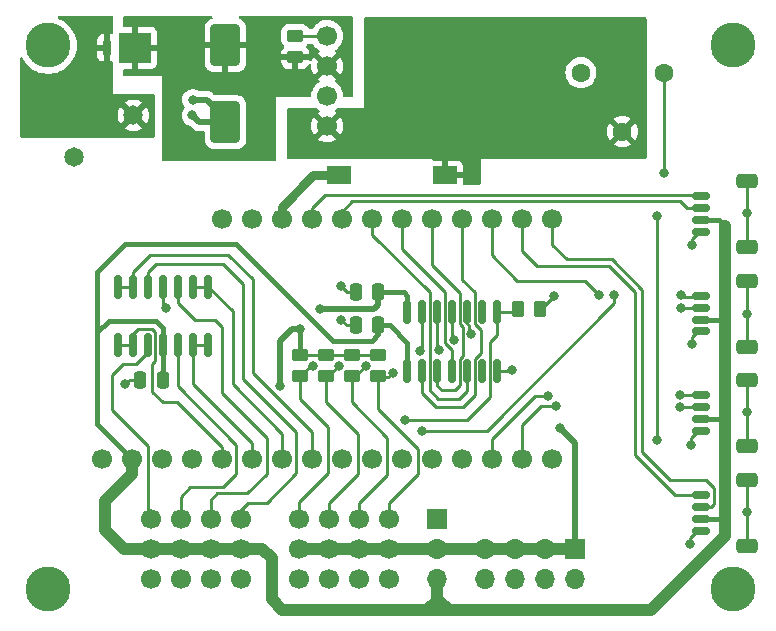
<source format=gbr>
%TF.GenerationSoftware,KiCad,Pcbnew,(6.0.8-1)-1*%
%TF.CreationDate,2023-01-29T13:44:33-06:00*%
%TF.ProjectId,M4_CAN_Feather_Carrier,4d345f43-414e-45f4-9665-61746865725f,rev?*%
%TF.SameCoordinates,Original*%
%TF.FileFunction,Copper,L1,Top*%
%TF.FilePolarity,Positive*%
%FSLAX46Y46*%
G04 Gerber Fmt 4.6, Leading zero omitted, Abs format (unit mm)*
G04 Created by KiCad (PCBNEW (6.0.8-1)-1) date 2023-01-29 13:44:33*
%MOMM*%
%LPD*%
G01*
G04 APERTURE LIST*
G04 Aperture macros list*
%AMRoundRect*
0 Rectangle with rounded corners*
0 $1 Rounding radius*
0 $2 $3 $4 $5 $6 $7 $8 $9 X,Y pos of 4 corners*
0 Add a 4 corners polygon primitive as box body*
4,1,4,$2,$3,$4,$5,$6,$7,$8,$9,$2,$3,0*
0 Add four circle primitives for the rounded corners*
1,1,$1+$1,$2,$3*
1,1,$1+$1,$4,$5*
1,1,$1+$1,$6,$7*
1,1,$1+$1,$8,$9*
0 Add four rect primitives between the rounded corners*
20,1,$1+$1,$2,$3,$4,$5,0*
20,1,$1+$1,$4,$5,$6,$7,0*
20,1,$1+$1,$6,$7,$8,$9,0*
20,1,$1+$1,$8,$9,$2,$3,0*%
G04 Aperture macros list end*
%TA.AperFunction,ComponentPad*%
%ADD10C,1.700000*%
%TD*%
%TA.AperFunction,SMDPad,CuDef*%
%ADD11R,2.000000X1.500000*%
%TD*%
%TA.AperFunction,ComponentPad*%
%ADD12C,1.650000*%
%TD*%
%TA.AperFunction,SMDPad,CuDef*%
%ADD13RoundRect,0.250000X0.250000X0.475000X-0.250000X0.475000X-0.250000X-0.475000X0.250000X-0.475000X0*%
%TD*%
%TA.AperFunction,SMDPad,CuDef*%
%ADD14RoundRect,0.150000X0.625000X-0.150000X0.625000X0.150000X-0.625000X0.150000X-0.625000X-0.150000X0*%
%TD*%
%TA.AperFunction,SMDPad,CuDef*%
%ADD15RoundRect,0.250000X0.650000X-0.350000X0.650000X0.350000X-0.650000X0.350000X-0.650000X-0.350000X0*%
%TD*%
%TA.AperFunction,SMDPad,CuDef*%
%ADD16RoundRect,0.250000X-1.000000X1.500000X-1.000000X-1.500000X1.000000X-1.500000X1.000000X1.500000X0*%
%TD*%
%TA.AperFunction,SMDPad,CuDef*%
%ADD17RoundRect,0.250000X-0.262500X-0.450000X0.262500X-0.450000X0.262500X0.450000X-0.262500X0.450000X0*%
%TD*%
%TA.AperFunction,ComponentPad*%
%ADD18C,1.600000*%
%TD*%
%TA.AperFunction,ComponentPad*%
%ADD19C,3.800000*%
%TD*%
%TA.AperFunction,SMDPad,CuDef*%
%ADD20RoundRect,0.150000X0.150000X-0.825000X0.150000X0.825000X-0.150000X0.825000X-0.150000X-0.825000X0*%
%TD*%
%TA.AperFunction,SMDPad,CuDef*%
%ADD21RoundRect,0.250000X-0.450000X0.262500X-0.450000X-0.262500X0.450000X-0.262500X0.450000X0.262500X0*%
%TD*%
%TA.AperFunction,ComponentPad*%
%ADD22R,1.700000X1.700000*%
%TD*%
%TA.AperFunction,ComponentPad*%
%ADD23O,1.700000X1.700000*%
%TD*%
%TA.AperFunction,SMDPad,CuDef*%
%ADD24RoundRect,0.250000X0.450000X-0.262500X0.450000X0.262500X-0.450000X0.262500X-0.450000X-0.262500X0*%
%TD*%
%TA.AperFunction,SMDPad,CuDef*%
%ADD25R,2.670000X2.540000*%
%TD*%
%TA.AperFunction,SMDPad,CuDef*%
%ADD26R,0.760000X1.270000*%
%TD*%
%TA.AperFunction,ViaPad*%
%ADD27C,0.800000*%
%TD*%
%TA.AperFunction,Conductor*%
%ADD28C,0.250000*%
%TD*%
%TA.AperFunction,Conductor*%
%ADD29C,0.750000*%
%TD*%
%TA.AperFunction,Conductor*%
%ADD30C,0.500000*%
%TD*%
%TA.AperFunction,Conductor*%
%ADD31C,1.000000*%
%TD*%
%TA.AperFunction,Conductor*%
%ADD32C,0.400000*%
%TD*%
G04 APERTURE END LIST*
D10*
%TO.P,U2,1,RST*%
%TO.N,unconnected-(U2-Pad1)*%
X128080000Y-110230000D03*
%TO.P,U2,2,3V*%
%TO.N,+3.3V*%
X130590000Y-110230000D03*
%TO.P,U2,3,ARef*%
%TO.N,unconnected-(U2-Pad3)*%
X133130000Y-110230000D03*
%TO.P,U2,4,GND*%
%TO.N,GND*%
X135670000Y-110230000D03*
%TO.P,U2,5,A0*%
%TO.N,/A0*%
X138210000Y-110230000D03*
%TO.P,U2,6,A1*%
%TO.N,/A1*%
X140750000Y-110230000D03*
%TO.P,U2,7,A2*%
%TO.N,/A2*%
X143290000Y-110230000D03*
%TO.P,U2,8,A3*%
%TO.N,/A3*%
X145830000Y-110230000D03*
%TO.P,U2,9,A4*%
%TO.N,unconnected-(U2-Pad9)*%
X148370000Y-110230000D03*
%TO.P,U2,10,A5*%
%TO.N,/LS_OE*%
X150910000Y-110230000D03*
%TO.P,U2,11,SCK*%
%TO.N,/SCL_2*%
X153450000Y-110230000D03*
%TO.P,U2,12,MOSI*%
%TO.N,unconnected-(U2-Pad12)*%
X155990000Y-110230000D03*
%TO.P,U2,13,MISO*%
%TO.N,unconnected-(U2-Pad13)*%
X158530000Y-110230000D03*
%TO.P,U2,14,D0*%
%TO.N,/SCL_1*%
X161070000Y-110230000D03*
%TO.P,U2,15,D1*%
%TO.N,/SDA_1*%
X163610000Y-110230000D03*
%TO.P,U2,16,D4*%
%TO.N,/NEOPIXEL*%
X166150000Y-110230000D03*
%TO.P,U2,17,SDA*%
%TO.N,/SDA*%
X166150000Y-89910000D03*
%TO.P,U2,18,SCL*%
%TO.N,/SCL*%
X163610000Y-89910000D03*
%TO.P,U2,19,D5*%
%TO.N,/SDA_2*%
X161070000Y-89910000D03*
%TO.P,U2,20,D6*%
%TO.N,/DIO0*%
X158530000Y-89910000D03*
%TO.P,U2,21,D9*%
%TO.N,/DIO1*%
X155990000Y-89910000D03*
%TO.P,U2,22,D10*%
%TO.N,/DIO2*%
X153450000Y-89910000D03*
%TO.P,U2,23,D11*%
%TO.N,/DIO3*%
X150910000Y-89910000D03*
%TO.P,U2,24,D12*%
%TO.N,/SDA_3*%
X148370000Y-89910000D03*
%TO.P,U2,25,D13*%
%TO.N,/SCL_3*%
X145830000Y-89910000D03*
%TO.P,U2,26,VBUS*%
%TO.N,Net-(SW1-Pad1)*%
X143290000Y-89910000D03*
%TO.P,U2,27,EN*%
%TO.N,unconnected-(U2-Pad27)*%
X140750000Y-89910000D03*
%TO.P,U2,28,VBAT*%
%TO.N,unconnected-(U2-Pad28)*%
X138210000Y-89910000D03*
%TD*%
D11*
%TO.P,SW1,1,A*%
%TO.N,Net-(SW1-Pad1)*%
X148100000Y-86200000D03*
%TO.P,SW1,2,B*%
%TO.N,+5V*%
X157100000Y-86200000D03*
%TD*%
D12*
%TO.P,J1,1,1*%
%TO.N,+BATT*%
X130700000Y-81113000D03*
%TO.P,J1,2,2*%
%TO.N,GND*%
X125700000Y-84613000D03*
%TD*%
D13*
%TO.P,C2,1*%
%TO.N,+3.3V*%
X151450000Y-98900000D03*
%TO.P,C2,2*%
%TO.N,GND*%
X149550000Y-98900000D03*
%TD*%
D10*
%TO.P,J7,1,S1*%
%TO.N,Net-(J7-Pad1)*%
X132170000Y-115285000D03*
%TO.P,J7,2,P1*%
%TO.N,+3.3V*%
X132170000Y-117825000D03*
%TO.P,J7,3,G1*%
%TO.N,GND*%
X132170000Y-120365000D03*
%TO.P,J7,4,S2*%
%TO.N,Net-(J7-Pad4)*%
X134710000Y-115285000D03*
%TO.P,J7,5,P2*%
%TO.N,+3.3V*%
X134710000Y-117825000D03*
%TO.P,J7,6,G2*%
%TO.N,GND*%
X134710000Y-120365000D03*
%TO.P,J7,7,S3*%
%TO.N,Net-(J7-Pad7)*%
X137250000Y-115285000D03*
%TO.P,J7,8,P3*%
%TO.N,+3.3V*%
X137250000Y-117825000D03*
%TO.P,J7,9,G3*%
%TO.N,GND*%
X137250000Y-120365000D03*
%TO.P,J7,10,S4*%
%TO.N,Net-(J7-Pad10)*%
X139790000Y-115285000D03*
%TO.P,J7,11,P4*%
%TO.N,+3.3V*%
X139790000Y-117825000D03*
%TO.P,J7,12,G4*%
%TO.N,GND*%
X139790000Y-120365000D03*
%TD*%
D14*
%TO.P,X4,1,GND*%
%TO.N,GND*%
X178800000Y-90966667D03*
%TO.P,X4,2,V+*%
%TO.N,+3.3V*%
X178800000Y-89966667D03*
%TO.P,X4,3,SDA*%
%TO.N,/SDA_3*%
X178800000Y-88966667D03*
%TO.P,X4,4,SCL*%
%TO.N,/SCL_3*%
X178800000Y-87966667D03*
D15*
%TO.P,X4,MP,MP*%
%TO.N,GND*%
X182675000Y-86666667D03*
X182675000Y-92266667D03*
%TD*%
D13*
%TO.P,C3,1*%
%TO.N,VDD*%
X151450000Y-96100000D03*
%TO.P,C3,2*%
%TO.N,GND*%
X149550000Y-96100000D03*
%TD*%
D16*
%TO.P,C1,1*%
%TO.N,+12V*%
X138500000Y-75192500D03*
%TO.P,C1,2*%
%TO.N,GND*%
X138500000Y-81692500D03*
%TD*%
D14*
%TO.P,X2,1,GND*%
%TO.N,GND*%
X178800000Y-107833333D03*
%TO.P,X2,2,V+*%
%TO.N,+3.3V*%
X178800000Y-106833333D03*
%TO.P,X2,3,SDA*%
%TO.N,/SDA_1*%
X178800000Y-105833333D03*
%TO.P,X2,4,SCL*%
%TO.N,/SCL_1*%
X178800000Y-104833333D03*
D15*
%TO.P,X2,MP,MP*%
%TO.N,GND*%
X182675000Y-103533333D03*
X182675000Y-109133333D03*
%TD*%
D17*
%TO.P,R6,1*%
%TO.N,/LS_OE*%
X163275000Y-97500000D03*
%TO.P,R6,2*%
%TO.N,GND*%
X165100000Y-97500000D03*
%TD*%
D18*
%TO.P,J2,1,1*%
%TO.N,/NEOPIXEL*%
X175596000Y-77500000D03*
%TO.P,J2,2,2*%
%TO.N,+5V*%
X172096000Y-82500000D03*
%TO.P,J2,3,3*%
%TO.N,GND*%
X168596000Y-77500000D03*
%TD*%
D13*
%TO.P,C4,1*%
%TO.N,+3.3V*%
X133200000Y-103500000D03*
%TO.P,C4,2*%
%TO.N,GND*%
X131300000Y-103500000D03*
%TD*%
D19*
%TO.P,H3,1,1*%
%TO.N,unconnected-(H3-Pad1)*%
X181500000Y-75200000D03*
%TD*%
D20*
%TO.P,U3,1,VCCA*%
%TO.N,+3.3V*%
X153885000Y-102740000D03*
%TO.P,U3,2,A1*%
%TO.N,/DIO0*%
X155155000Y-102740000D03*
%TO.P,U3,3,A2*%
%TO.N,/DIO1*%
X156425000Y-102740000D03*
%TO.P,U3,4,A3*%
%TO.N,/DIO2*%
X157695000Y-102740000D03*
%TO.P,U3,5,A4*%
%TO.N,/DIO3*%
X158965000Y-102740000D03*
%TO.P,U3,6,NC*%
%TO.N,unconnected-(U3-Pad6)*%
X160235000Y-102740000D03*
%TO.P,U3,7,GND*%
%TO.N,GND*%
X161505000Y-102740000D03*
%TO.P,U3,8,OE*%
%TO.N,/LS_OE*%
X161505000Y-97790000D03*
%TO.P,U3,9,NC*%
%TO.N,unconnected-(U3-Pad9)*%
X160235000Y-97790000D03*
%TO.P,U3,10,B4*%
%TO.N,Net-(J3-Pad1)*%
X158965000Y-97790000D03*
%TO.P,U3,11,B3*%
%TO.N,Net-(J3-Pad4)*%
X157695000Y-97790000D03*
%TO.P,U3,12,B2*%
%TO.N,Net-(J3-Pad7)*%
X156425000Y-97790000D03*
%TO.P,U3,13,B1*%
%TO.N,Net-(J3-Pad10)*%
X155155000Y-97790000D03*
%TO.P,U3,14,VCCB*%
%TO.N,VDD*%
X153885000Y-97790000D03*
%TD*%
D10*
%TO.P,U1,1,EN*%
%TO.N,Net-(R5-Pad2)*%
X147110000Y-74402000D03*
%TO.P,U1,2,VIN*%
%TO.N,+12V*%
X147110000Y-76942000D03*
%TO.P,U1,3,GND*%
%TO.N,GND*%
X147110000Y-79482000D03*
%TO.P,U1,4,VOUT*%
%TO.N,+5V*%
X147110000Y-82022000D03*
%TD*%
D19*
%TO.P,H1,1,1*%
%TO.N,unconnected-(H1-Pad1)*%
X123500000Y-121200000D03*
%TD*%
D21*
%TO.P,R2,1*%
%TO.N,VDD*%
X149200000Y-101387500D03*
%TO.P,R2,2*%
%TO.N,Net-(J3-Pad7)*%
X149200000Y-103212500D03*
%TD*%
D22*
%TO.P,J4,1,Pin_1*%
%TO.N,VDD*%
X168100000Y-117835000D03*
D23*
%TO.P,J4,2,Pin_2*%
%TO.N,GND*%
X168100000Y-120375000D03*
%TO.P,J4,3,Pin_3*%
%TO.N,VDD*%
X165560000Y-117835000D03*
%TO.P,J4,4,Pin_4*%
%TO.N,GND*%
X165560000Y-120375000D03*
%TO.P,J4,5,Pin_5*%
%TO.N,VDD*%
X163020000Y-117835000D03*
%TO.P,J4,6,Pin_6*%
%TO.N,GND*%
X163020000Y-120375000D03*
%TO.P,J4,7,Pin_7*%
%TO.N,VDD*%
X160480000Y-117835000D03*
%TO.P,J4,8,Pin_8*%
%TO.N,GND*%
X160480000Y-120375000D03*
%TD*%
D21*
%TO.P,R1,1*%
%TO.N,VDD*%
X151400000Y-101400000D03*
%TO.P,R1,2*%
%TO.N,Net-(J3-Pad10)*%
X151400000Y-103225000D03*
%TD*%
D19*
%TO.P,H2,1,1*%
%TO.N,unconnected-(H2-Pad1)*%
X181500000Y-121200000D03*
%TD*%
D24*
%TO.P,R5,1*%
%TO.N,+12V*%
X144400000Y-76200000D03*
%TO.P,R5,2*%
%TO.N,Net-(R5-Pad2)*%
X144400000Y-74375000D03*
%TD*%
D20*
%TO.P,U4,1*%
%TO.N,/A0*%
X129390000Y-100575000D03*
%TO.P,U4,2,-*%
X130660000Y-100575000D03*
%TO.P,U4,3,+*%
%TO.N,Net-(J7-Pad1)*%
X131930000Y-100575000D03*
%TO.P,U4,4,V+*%
%TO.N,+3.3V*%
X133200000Y-100575000D03*
%TO.P,U4,5,+*%
%TO.N,Net-(J7-Pad4)*%
X134470000Y-100575000D03*
%TO.P,U4,6,-*%
%TO.N,/A1*%
X135740000Y-100575000D03*
%TO.P,U4,7*%
X137010000Y-100575000D03*
%TO.P,U4,8*%
%TO.N,/A2*%
X137010000Y-95625000D03*
%TO.P,U4,9,-*%
X135740000Y-95625000D03*
%TO.P,U4,10,+*%
%TO.N,Net-(J7-Pad7)*%
X134470000Y-95625000D03*
%TO.P,U4,11,V-*%
%TO.N,GND*%
X133200000Y-95625000D03*
%TO.P,U4,12,+*%
%TO.N,Net-(J7-Pad10)*%
X131930000Y-95625000D03*
%TO.P,U4,13,-*%
%TO.N,/A3*%
X130660000Y-95625000D03*
%TO.P,U4,14*%
X129390000Y-95625000D03*
%TD*%
D22*
%TO.P,J5,1,Pin_1*%
%TO.N,+5V*%
X156400000Y-115285000D03*
D23*
%TO.P,J5,2,Pin_2*%
%TO.N,VDD*%
X156400000Y-117825000D03*
%TO.P,J5,3,Pin_3*%
%TO.N,+3.3V*%
X156400000Y-120365000D03*
%TD*%
D21*
%TO.P,R3,1*%
%TO.N,VDD*%
X147000000Y-101387500D03*
%TO.P,R3,2*%
%TO.N,Net-(J3-Pad4)*%
X147000000Y-103212500D03*
%TD*%
D14*
%TO.P,X1,1,GND*%
%TO.N,GND*%
X178800000Y-116266667D03*
%TO.P,X1,2,V+*%
%TO.N,+3.3V*%
X178800000Y-115266667D03*
%TO.P,X1,3,SDA*%
%TO.N,/SDA*%
X178800000Y-114266667D03*
%TO.P,X1,4,SCL*%
%TO.N,/SCL*%
X178800000Y-113266667D03*
D15*
%TO.P,X1,MP,MP*%
%TO.N,GND*%
X182675000Y-111966667D03*
X182675000Y-117566667D03*
%TD*%
D21*
%TO.P,R4,1*%
%TO.N,VDD*%
X144800000Y-101387500D03*
%TO.P,R4,2*%
%TO.N,Net-(J3-Pad1)*%
X144800000Y-103212500D03*
%TD*%
D25*
%TO.P,D1,1,C*%
%TO.N,+12V*%
X130855000Y-75400000D03*
D26*
%TO.P,D1,2,A*%
%TO.N,+BATT*%
X128500000Y-75400000D03*
%TD*%
D10*
%TO.P,J3,1,S1*%
%TO.N,Net-(J3-Pad1)*%
X144720000Y-115290000D03*
%TO.P,J3,2,P1*%
%TO.N,VDD*%
X144720000Y-117830000D03*
%TO.P,J3,3,G1*%
%TO.N,GND*%
X144720000Y-120370000D03*
%TO.P,J3,4,S2*%
%TO.N,Net-(J3-Pad4)*%
X147260000Y-115290000D03*
%TO.P,J3,5,P2*%
%TO.N,VDD*%
X147260000Y-117830000D03*
%TO.P,J3,6,G2*%
%TO.N,GND*%
X147260000Y-120370000D03*
%TO.P,J3,7,S3*%
%TO.N,Net-(J3-Pad7)*%
X149800000Y-115290000D03*
%TO.P,J3,8,P3*%
%TO.N,VDD*%
X149800000Y-117830000D03*
%TO.P,J3,9,G3*%
%TO.N,GND*%
X149800000Y-120370000D03*
%TO.P,J3,10,S4*%
%TO.N,Net-(J3-Pad10)*%
X152340000Y-115290000D03*
%TO.P,J3,11,P4*%
%TO.N,VDD*%
X152340000Y-117830000D03*
%TO.P,J3,12,G4*%
%TO.N,GND*%
X152340000Y-120370000D03*
%TD*%
D14*
%TO.P,X3,1,GND*%
%TO.N,GND*%
X178800000Y-99400000D03*
%TO.P,X3,2,V+*%
%TO.N,+3.3V*%
X178800000Y-98400000D03*
%TO.P,X3,3,SDA*%
%TO.N,/SDA_2*%
X178800000Y-97400000D03*
%TO.P,X3,4,SCL*%
%TO.N,/SCL_2*%
X178800000Y-96400000D03*
D15*
%TO.P,X3,MP,MP*%
%TO.N,GND*%
X182675000Y-95100000D03*
X182675000Y-100700000D03*
%TD*%
D19*
%TO.P,H4,1,1*%
%TO.N,unconnected-(H4-Pad1)*%
X123500000Y-75200000D03*
%TD*%
D27*
%TO.N,GND*%
X177900000Y-109000000D03*
X166300000Y-96400000D03*
X162800000Y-102700000D03*
X178000000Y-92100000D03*
X135750000Y-79800000D03*
X182675000Y-114725000D03*
X148300000Y-98400000D03*
X130000000Y-103900000D03*
X178000000Y-100500000D03*
X177800000Y-117400000D03*
X135700000Y-81100000D03*
X133500000Y-97400000D03*
X182675000Y-89425000D03*
X182675000Y-106225000D03*
X148300000Y-95600000D03*
X182675000Y-97925000D03*
%TO.N,VDD*%
X146500000Y-97500000D03*
X166800000Y-107600000D03*
X143100000Y-104000000D03*
X144800000Y-99200000D03*
%TO.N,/NEOPIXEL*%
X175000000Y-108600000D03*
X175600000Y-86000000D03*
X175000000Y-89600000D03*
%TO.N,Net-(J3-Pad1)*%
X145900000Y-102300000D03*
X159324500Y-99600000D03*
%TO.N,Net-(J3-Pad4)*%
X157862299Y-100137701D03*
X148100000Y-102300000D03*
%TO.N,Net-(J3-Pad7)*%
X156600000Y-101000000D03*
X150403053Y-102312500D03*
%TO.N,Net-(J3-Pad10)*%
X152700000Y-102900000D03*
X155000000Y-101100000D03*
%TO.N,/LS_OE*%
X153700000Y-106900000D03*
%TO.N,/SCL_2*%
X155100000Y-107800000D03*
X177100000Y-96300000D03*
X171400000Y-96300000D03*
%TO.N,/SCL_1*%
X177000000Y-104800000D03*
X165800000Y-104900000D03*
%TO.N,/SDA_1*%
X166500000Y-105700000D03*
X177000000Y-105799503D03*
%TO.N,/SDA_2*%
X170100000Y-96300000D03*
X177100000Y-97400000D03*
%TD*%
D28*
%TO.N,/SDA_3*%
X178800000Y-88966667D02*
X177566667Y-88966667D01*
X177566667Y-88966667D02*
X177000000Y-88400000D01*
X177000000Y-88400000D02*
X149250000Y-88400000D01*
X149250000Y-88400000D02*
X148370000Y-89280000D01*
X148370000Y-89280000D02*
X148370000Y-89910000D01*
%TO.N,/SDA*%
X178800000Y-114266667D02*
X179633333Y-114266667D01*
X179900000Y-112700000D02*
X179200000Y-112000000D01*
X179633333Y-114266667D02*
X179900000Y-114000000D01*
X179900000Y-114000000D02*
X179900000Y-112700000D01*
X179200000Y-112000000D02*
X176150000Y-112000000D01*
X176150000Y-112000000D02*
X173800000Y-109650000D01*
X173800000Y-109650000D02*
X173800000Y-95900000D01*
X173800000Y-95900000D02*
X171200000Y-93300000D01*
X171200000Y-93300000D02*
X167400000Y-93300000D01*
X167400000Y-93300000D02*
X166150000Y-92050000D01*
X166150000Y-92050000D02*
X166150000Y-89910000D01*
D29*
%TO.N,Net-(SW1-Pad1)*%
X148100000Y-86200000D02*
X145950000Y-86200000D01*
X145950000Y-86200000D02*
X143290000Y-88860000D01*
X143290000Y-88860000D02*
X143290000Y-89910000D01*
D28*
%TO.N,/LS_OE*%
X161505000Y-97790000D02*
X161505000Y-99695000D01*
X160880000Y-104970000D02*
X158950000Y-106900000D01*
X161505000Y-99695000D02*
X160880000Y-100320000D01*
X158950000Y-106900000D02*
X153700000Y-106900000D01*
X160880000Y-100320000D02*
X160880000Y-104970000D01*
%TO.N,/A0*%
X130660000Y-100575000D02*
X130660000Y-99640000D01*
X132300000Y-104500000D02*
X133200000Y-105400000D01*
X130660000Y-99640000D02*
X131100000Y-99200000D01*
X132300000Y-102150000D02*
X132300000Y-104500000D01*
X132575000Y-99475000D02*
X132575000Y-101875000D01*
X131100000Y-99200000D02*
X132300000Y-99200000D01*
X132300000Y-99200000D02*
X132575000Y-99475000D01*
X132575000Y-101875000D02*
X132300000Y-102150000D01*
X134400000Y-105400000D02*
X138210000Y-109210000D01*
X133200000Y-105400000D02*
X134400000Y-105400000D01*
X138210000Y-109210000D02*
X138210000Y-110230000D01*
%TO.N,Net-(J3-Pad10)*%
X151400000Y-103225000D02*
X151400000Y-106000000D01*
X151400000Y-106000000D02*
X154800000Y-109400000D01*
X154800000Y-111450000D02*
X152340000Y-113910000D01*
X152340000Y-113910000D02*
X152340000Y-115290000D01*
X154800000Y-109400000D02*
X154800000Y-111450000D01*
%TO.N,Net-(J3-Pad7)*%
X149200000Y-103212500D02*
X149200000Y-105400000D01*
X149800000Y-113950000D02*
X149800000Y-115290000D01*
X149200000Y-105400000D02*
X152200000Y-108400000D01*
X152200000Y-111550000D02*
X149800000Y-113950000D01*
X152200000Y-108400000D02*
X152200000Y-111550000D01*
%TO.N,Net-(J3-Pad4)*%
X147000000Y-103212500D02*
X147000000Y-105400000D01*
X147000000Y-105400000D02*
X149735000Y-108135000D01*
X149735000Y-108135000D02*
X149735000Y-111465000D01*
X149735000Y-111465000D02*
X147260000Y-113940000D01*
X147260000Y-113940000D02*
X147260000Y-115290000D01*
%TO.N,Net-(J3-Pad1)*%
X144720000Y-115290000D02*
X144720000Y-113880000D01*
X144800000Y-105100000D02*
X144800000Y-103212500D01*
X144720000Y-113880000D02*
X147195000Y-111405000D01*
X147195000Y-111405000D02*
X147195000Y-107495000D01*
X147195000Y-107495000D02*
X144800000Y-105100000D01*
%TO.N,Net-(J7-Pad10)*%
X139790000Y-115285000D02*
X139790000Y-114510000D01*
X139790000Y-114510000D02*
X140400000Y-113900000D01*
X144500000Y-107900000D02*
X140000000Y-103400000D01*
X140000000Y-103400000D02*
X140000000Y-95400000D01*
X140000000Y-95400000D02*
X138300000Y-93700000D01*
X138300000Y-93700000D02*
X132600000Y-93700000D01*
X140400000Y-113900000D02*
X142000000Y-113900000D01*
X144500000Y-111400000D02*
X144500000Y-107900000D01*
X142000000Y-113900000D02*
X144500000Y-111400000D01*
X132600000Y-93700000D02*
X131930000Y-94370000D01*
X131930000Y-94370000D02*
X131930000Y-95625000D01*
%TO.N,Net-(J7-Pad7)*%
X137250000Y-115285000D02*
X137250000Y-113650000D01*
X137800000Y-113100000D02*
X140350000Y-113100000D01*
X137250000Y-113650000D02*
X137800000Y-113100000D01*
X134470000Y-96970000D02*
X134470000Y-95625000D01*
X140350000Y-113100000D02*
X142000000Y-111450000D01*
X142000000Y-108400000D02*
X138200000Y-104600000D01*
X142000000Y-111450000D02*
X142000000Y-108400000D01*
X138200000Y-104600000D02*
X138200000Y-99000000D01*
X138200000Y-99000000D02*
X137600000Y-98400000D01*
X137600000Y-98400000D02*
X135900000Y-98400000D01*
X135900000Y-98400000D02*
X134470000Y-96970000D01*
%TO.N,/DIO3*%
X150910000Y-89910000D02*
X150910000Y-91210000D01*
X150910000Y-91210000D02*
X155800000Y-96100000D01*
X155800000Y-96100000D02*
X155800000Y-104400000D01*
X155800000Y-104400000D02*
X156500000Y-105100000D01*
X156500000Y-105100000D02*
X158300000Y-105100000D01*
X158300000Y-105100000D02*
X158965000Y-104435000D01*
X158965000Y-104435000D02*
X158965000Y-102740000D01*
%TO.N,/DIO0*%
X159610000Y-98811751D02*
X160100000Y-99301751D01*
X158530000Y-95030000D02*
X159610000Y-96110000D01*
X159610000Y-96110000D02*
X159610000Y-98811751D01*
X158530000Y-89910000D02*
X158530000Y-95030000D01*
X160100000Y-99301751D02*
X160100000Y-101228249D01*
X160100000Y-101228249D02*
X159610000Y-101718249D01*
X159610000Y-101718249D02*
X159610000Y-104790000D01*
X159610000Y-104790000D02*
X158600000Y-105800000D01*
X158600000Y-105800000D02*
X156300000Y-105800000D01*
X156300000Y-105800000D02*
X155155000Y-104655000D01*
X155155000Y-104655000D02*
X155155000Y-102740000D01*
D30*
%TO.N,GND*%
X138500000Y-81692500D02*
X138500000Y-81400000D01*
D28*
X182675000Y-95100000D02*
X182675000Y-97925000D01*
X165100000Y-97500000D02*
X165200000Y-97500000D01*
X133200000Y-95625000D02*
X133200000Y-97100000D01*
X165200000Y-97500000D02*
X166300000Y-96400000D01*
X149550000Y-96100000D02*
X148800000Y-96100000D01*
X133200000Y-97100000D02*
X133500000Y-97400000D01*
X178000000Y-91600000D02*
X178633333Y-90966667D01*
X182675000Y-114725000D02*
X182675000Y-117566667D01*
X182675000Y-111966667D02*
X182675000Y-114725000D01*
X161505000Y-102740000D02*
X162760000Y-102740000D01*
X178433333Y-116266667D02*
X177800000Y-116900000D01*
X162760000Y-102740000D02*
X162800000Y-102700000D01*
X131300000Y-103500000D02*
X130400000Y-103500000D01*
X148800000Y-98900000D02*
X148300000Y-98400000D01*
X178500000Y-99400000D02*
X178000000Y-99900000D01*
X178000000Y-99900000D02*
X178000000Y-100500000D01*
X178800000Y-99400000D02*
X178500000Y-99400000D01*
X178800000Y-90966667D02*
X178633333Y-90966667D01*
X148800000Y-96100000D02*
X148300000Y-95600000D01*
D30*
X138500000Y-81400000D02*
X136900000Y-79800000D01*
D28*
X149550000Y-98900000D02*
X148800000Y-98900000D01*
X178800000Y-116266667D02*
X178433333Y-116266667D01*
X177900000Y-108400000D02*
X177900000Y-109000000D01*
X182675000Y-106225000D02*
X182675000Y-109133333D01*
X182675000Y-89425000D02*
X182675000Y-92266667D01*
X177800000Y-116900000D02*
X177800000Y-117400000D01*
X130400000Y-103500000D02*
X130000000Y-103900000D01*
X177900000Y-108400000D02*
X178466667Y-107833333D01*
X182675000Y-103533333D02*
X182675000Y-106225000D01*
X182675000Y-97925000D02*
X182675000Y-100700000D01*
X178800000Y-107833333D02*
X178466667Y-107833333D01*
D30*
X138500000Y-81692500D02*
X136292500Y-81692500D01*
D28*
X182675000Y-86666667D02*
X182675000Y-89425000D01*
D30*
X136292500Y-81692500D02*
X135700000Y-81100000D01*
D28*
X178000000Y-91600000D02*
X178000000Y-92100000D01*
D30*
X136900000Y-79800000D02*
X135750000Y-79800000D01*
D31*
%TO.N,+3.3V*%
X143300000Y-123000000D02*
X142400000Y-122100000D01*
X130590000Y-111510000D02*
X128300000Y-113800000D01*
D32*
X178800000Y-106833333D02*
X180633333Y-106833333D01*
D31*
X142400000Y-118600000D02*
X141625000Y-117825000D01*
D32*
X133200000Y-100575000D02*
X133200000Y-103500000D01*
X127600000Y-94400000D02*
X130000000Y-92000000D01*
D28*
X180766667Y-115266667D02*
X180800000Y-115300000D01*
D32*
X178800000Y-98400000D02*
X180800000Y-98400000D01*
D31*
X156400000Y-120365000D02*
X156400000Y-122200000D01*
D32*
X128600000Y-98500000D02*
X127600000Y-99500000D01*
X133200000Y-99100000D02*
X132600000Y-98500000D01*
D31*
X180800000Y-98400000D02*
X180800000Y-107000000D01*
D32*
X133200000Y-100575000D02*
X133200000Y-99100000D01*
D31*
X155600000Y-123000000D02*
X157400000Y-123000000D01*
X130590000Y-110230000D02*
X130590000Y-111510000D01*
X180800000Y-90500000D02*
X180800000Y-98400000D01*
D32*
X151450000Y-98900000D02*
X152400000Y-98900000D01*
D31*
X180800000Y-115300000D02*
X180800000Y-116700000D01*
D32*
X127600000Y-99500000D02*
X127600000Y-94400000D01*
D31*
X132170000Y-117825000D02*
X139790000Y-117825000D01*
X180800000Y-116700000D02*
X174500000Y-123000000D01*
D32*
X178800000Y-115266667D02*
X180766667Y-115266667D01*
X147600000Y-100200000D02*
X150900000Y-100200000D01*
X180266667Y-89966667D02*
X180800000Y-90500000D01*
D31*
X155600000Y-123000000D02*
X143300000Y-123000000D01*
D32*
X152400000Y-98900000D02*
X153885000Y-100385000D01*
X127600000Y-107240000D02*
X130590000Y-110230000D01*
X127600000Y-99500000D02*
X127600000Y-107240000D01*
X132600000Y-98500000D02*
X128600000Y-98500000D01*
D31*
X141625000Y-117825000D02*
X139790000Y-117825000D01*
X180800000Y-107000000D02*
X180800000Y-115300000D01*
X129925000Y-117825000D02*
X132170000Y-117825000D01*
X157400000Y-123000000D02*
X156600000Y-122200000D01*
X174500000Y-123000000D02*
X157400000Y-123000000D01*
X142400000Y-122100000D02*
X142400000Y-118600000D01*
D32*
X151450000Y-99650000D02*
X151450000Y-98900000D01*
X150900000Y-100200000D02*
X151450000Y-99650000D01*
D31*
X128300000Y-116200000D02*
X129925000Y-117825000D01*
X128300000Y-113800000D02*
X128300000Y-116200000D01*
D32*
X130000000Y-92000000D02*
X139400000Y-92000000D01*
D28*
X180633333Y-106833333D02*
X180800000Y-107000000D01*
D32*
X153885000Y-100385000D02*
X153885000Y-102740000D01*
X139400000Y-92000000D02*
X147600000Y-100200000D01*
D31*
X156400000Y-122200000D02*
X155600000Y-123000000D01*
D32*
X178800000Y-89966667D02*
X180266667Y-89966667D01*
D31*
X156600000Y-122200000D02*
X156400000Y-122200000D01*
D32*
%TO.N,VDD*%
X153600000Y-96100000D02*
X153900000Y-96400000D01*
X143100000Y-103800000D02*
X143100000Y-104000000D01*
D30*
X151450000Y-96100000D02*
X151450000Y-97150000D01*
X143100000Y-100200000D02*
X143100000Y-103800000D01*
D31*
X144720000Y-117830000D02*
X156395000Y-117830000D01*
D30*
X144100000Y-99200000D02*
X144800000Y-99200000D01*
X166800000Y-107600000D02*
X168090000Y-108890000D01*
D32*
X151450000Y-96100000D02*
X153600000Y-96100000D01*
D28*
X144812500Y-101400000D02*
X144800000Y-101387500D01*
X151400000Y-101400000D02*
X144812500Y-101400000D01*
X156395000Y-117830000D02*
X156400000Y-117825000D01*
D32*
X144800000Y-99200000D02*
X144800000Y-101387500D01*
D30*
X151100000Y-97500000D02*
X146500000Y-97500000D01*
D32*
X153900000Y-96400000D02*
X153900000Y-97775000D01*
D28*
X168090000Y-117825000D02*
X168100000Y-117835000D01*
D31*
X156400000Y-117825000D02*
X168090000Y-117825000D01*
D30*
X144100000Y-99200000D02*
X143100000Y-100200000D01*
X168090000Y-108890000D02*
X168090000Y-117825000D01*
D28*
X153900000Y-97775000D02*
X153885000Y-97790000D01*
D30*
X151450000Y-97150000D02*
X151100000Y-97500000D01*
D28*
%TO.N,/NEOPIXEL*%
X175000000Y-108600000D02*
X175000000Y-89600000D01*
X175600000Y-86000000D02*
X175596000Y-85996000D01*
X175596000Y-85996000D02*
X175596000Y-77500000D01*
%TO.N,Net-(J3-Pad1)*%
X159100000Y-98900000D02*
X159100000Y-99375500D01*
X158965000Y-97790000D02*
X158965000Y-98765000D01*
X158965000Y-98765000D02*
X159100000Y-98900000D01*
X145900000Y-102300000D02*
X145712500Y-102300000D01*
X145712500Y-102300000D02*
X144800000Y-103212500D01*
X159100000Y-99375500D02*
X159324500Y-99600000D01*
%TO.N,Net-(J3-Pad4)*%
X147000000Y-103212500D02*
X147187500Y-103212500D01*
X157695000Y-99970402D02*
X157862299Y-100137701D01*
X157695000Y-97790000D02*
X157695000Y-99970402D01*
X147187500Y-103212500D02*
X148100000Y-102300000D01*
%TO.N,Net-(J3-Pad7)*%
X156425000Y-97790000D02*
X156425000Y-100825000D01*
X149503053Y-103212500D02*
X150403053Y-102312500D01*
X156425000Y-100825000D02*
X156600000Y-101000000D01*
X156600000Y-101000000D02*
X156524500Y-101000000D01*
X149200000Y-103212500D02*
X149503053Y-103212500D01*
%TO.N,Net-(J3-Pad10)*%
X155155000Y-100945000D02*
X155000000Y-101100000D01*
X152700000Y-102900000D02*
X152300000Y-103300000D01*
X151475000Y-103300000D02*
X151400000Y-103225000D01*
X152300000Y-103300000D02*
X151475000Y-103300000D01*
X155155000Y-97790000D02*
X155155000Y-100945000D01*
%TO.N,Net-(J7-Pad1)*%
X131910000Y-109100000D02*
X131900000Y-109100000D01*
X131955000Y-109145000D02*
X131910000Y-109100000D01*
X132170000Y-115285000D02*
X131955000Y-115070000D01*
X131930000Y-101170000D02*
X131930000Y-100575000D01*
X128900000Y-106100000D02*
X128900000Y-103100000D01*
X128900000Y-103100000D02*
X129800000Y-102200000D01*
X131900000Y-109100000D02*
X128900000Y-106100000D01*
X129800000Y-102200000D02*
X130900000Y-102200000D01*
X130900000Y-102200000D02*
X131930000Y-101170000D01*
X131955000Y-115070000D02*
X131955000Y-109145000D01*
%TO.N,Net-(J7-Pad4)*%
X135500000Y-112600000D02*
X134710000Y-113390000D01*
X139400000Y-109000000D02*
X139400000Y-111500000D01*
X138300000Y-112600000D02*
X135500000Y-112600000D01*
X134710000Y-113390000D02*
X134710000Y-115285000D01*
X139400000Y-111500000D02*
X138300000Y-112600000D01*
X134470000Y-100575000D02*
X134470000Y-104070000D01*
X134470000Y-104070000D02*
X139400000Y-109000000D01*
%TO.N,Net-(R5-Pad2)*%
X144427000Y-74402000D02*
X144400000Y-74375000D01*
X147110000Y-74402000D02*
X144427000Y-74402000D01*
%TO.N,/LS_OE*%
X162985000Y-97790000D02*
X163275000Y-97500000D01*
X161505000Y-97790000D02*
X162985000Y-97790000D01*
%TO.N,/A0*%
X129390000Y-100575000D02*
X130660000Y-100575000D01*
%TO.N,/A1*%
X135740000Y-100575000D02*
X137010000Y-100575000D01*
X135740000Y-103840000D02*
X135740000Y-100575000D01*
X140750000Y-108850000D02*
X135740000Y-103840000D01*
X140750000Y-110230000D02*
X140750000Y-108850000D01*
%TO.N,/A2*%
X143290000Y-110230000D02*
X143290000Y-108090000D01*
X143290000Y-108090000D02*
X139100000Y-103900000D01*
X139100000Y-103900000D02*
X139100000Y-97715000D01*
X135740000Y-95625000D02*
X137010000Y-95625000D01*
X139100000Y-97715000D02*
X137010000Y-95625000D01*
%TO.N,/A3*%
X130660000Y-94340000D02*
X132100000Y-92900000D01*
X130660000Y-95625000D02*
X130660000Y-94340000D01*
X140800000Y-95000000D02*
X140800000Y-102900000D01*
X145830000Y-107930000D02*
X145830000Y-110230000D01*
X140800000Y-102900000D02*
X145830000Y-107930000D01*
X132100000Y-92900000D02*
X138700000Y-92900000D01*
X129390000Y-95625000D02*
X130660000Y-95625000D01*
X138700000Y-92900000D02*
X140800000Y-95000000D01*
%TO.N,/SCL_2*%
X155100000Y-107800000D02*
X160600000Y-107800000D01*
X177100000Y-96300000D02*
X177300000Y-96500000D01*
X171400000Y-97000000D02*
X171400000Y-96300000D01*
X177300000Y-96500000D02*
X178700000Y-96500000D01*
X160600000Y-107800000D02*
X171400000Y-97000000D01*
X178700000Y-96500000D02*
X178800000Y-96400000D01*
%TO.N,/SCL_1*%
X164700000Y-104900000D02*
X165800000Y-104900000D01*
X177033333Y-104833333D02*
X177000000Y-104800000D01*
X161070000Y-110230000D02*
X161070000Y-108530000D01*
X178800000Y-104833333D02*
X177033333Y-104833333D01*
X161100000Y-108500000D02*
X164700000Y-104900000D01*
X161070000Y-108530000D02*
X161100000Y-108500000D01*
%TO.N,/SDA_1*%
X178766170Y-105799503D02*
X178800000Y-105833333D01*
X165200000Y-105700000D02*
X166500000Y-105700000D01*
X177000000Y-105799503D02*
X178766170Y-105799503D01*
X163610000Y-107290000D02*
X165200000Y-105700000D01*
X163610000Y-110230000D02*
X163610000Y-107290000D01*
%TO.N,/SCL*%
X176566667Y-113266667D02*
X173200000Y-109900000D01*
X173200000Y-109900000D02*
X173200000Y-96100000D01*
X173200000Y-96100000D02*
X171000000Y-93900000D01*
X163610000Y-92610000D02*
X163610000Y-89910000D01*
X171000000Y-93900000D02*
X164900000Y-93900000D01*
X178800000Y-113266667D02*
X176566667Y-113266667D01*
X164900000Y-93900000D02*
X163610000Y-92610000D01*
%TO.N,/SDA_2*%
X168900000Y-95100000D02*
X163200000Y-95100000D01*
X170100000Y-96300000D02*
X168900000Y-95100000D01*
X163200000Y-95100000D02*
X161070000Y-92970000D01*
X178800000Y-97400000D02*
X177100000Y-97400000D01*
X161070000Y-92970000D02*
X161070000Y-89910000D01*
%TO.N,/DIO1*%
X158600000Y-99071751D02*
X158600000Y-101458249D01*
X157900000Y-104400000D02*
X156800000Y-104400000D01*
X156800000Y-104400000D02*
X156425000Y-104025000D01*
X158340000Y-101718249D02*
X158340000Y-103960000D01*
X158600000Y-101458249D02*
X158340000Y-101718249D01*
X158340000Y-103960000D02*
X157900000Y-104400000D01*
X156425000Y-104025000D02*
X156425000Y-102740000D01*
X158340000Y-96140000D02*
X158340000Y-98811751D01*
X155990000Y-89910000D02*
X155990000Y-93790000D01*
X158340000Y-98811751D02*
X158600000Y-99071751D01*
X155990000Y-93790000D02*
X158340000Y-96140000D01*
%TO.N,/DIO2*%
X157050000Y-96050000D02*
X157050000Y-100350000D01*
X157050000Y-100350000D02*
X157695000Y-100995000D01*
X157695000Y-100995000D02*
X157695000Y-102740000D01*
X153450000Y-92450000D02*
X157050000Y-96050000D01*
X153450000Y-89910000D02*
X153450000Y-92450000D01*
%TO.N,/SCL_3*%
X146900000Y-87900000D02*
X145830000Y-88970000D01*
X178733333Y-87900000D02*
X146900000Y-87900000D01*
X178800000Y-87966667D02*
X178733333Y-87900000D01*
X145830000Y-88970000D02*
X145830000Y-89910000D01*
%TD*%
%TA.AperFunction,Conductor*%
%TO.N,+12V*%
G36*
X137346536Y-72728502D02*
G01*
X137393029Y-72782158D01*
X137403133Y-72852432D01*
X137373639Y-72917012D01*
X137318291Y-72954024D01*
X137183216Y-72999088D01*
X137170038Y-73005261D01*
X137032193Y-73090563D01*
X137020792Y-73099599D01*
X136906261Y-73214329D01*
X136897249Y-73225740D01*
X136812184Y-73363743D01*
X136806037Y-73376924D01*
X136754862Y-73531210D01*
X136751995Y-73544586D01*
X136742328Y-73638938D01*
X136742000Y-73645355D01*
X136742000Y-74920385D01*
X136746475Y-74935624D01*
X136747865Y-74936829D01*
X136755548Y-74938500D01*
X140239884Y-74938500D01*
X140255123Y-74934025D01*
X140256328Y-74932635D01*
X140257999Y-74924952D01*
X140257999Y-74687900D01*
X143191500Y-74687900D01*
X143202474Y-74793666D01*
X143258450Y-74961446D01*
X143351522Y-75111848D01*
X143356704Y-75117021D01*
X143438463Y-75198638D01*
X143472542Y-75260921D01*
X143467539Y-75331741D01*
X143438618Y-75376829D01*
X143356261Y-75459329D01*
X143347249Y-75470740D01*
X143262184Y-75608743D01*
X143256037Y-75621924D01*
X143204862Y-75776210D01*
X143201995Y-75789586D01*
X143192328Y-75883938D01*
X143192000Y-75890355D01*
X143192000Y-75927885D01*
X143196475Y-75943124D01*
X143197865Y-75944329D01*
X143205548Y-75946000D01*
X145589884Y-75946000D01*
X145605123Y-75941525D01*
X145606328Y-75940135D01*
X145607999Y-75932452D01*
X145607999Y-75890405D01*
X145607662Y-75883886D01*
X145597743Y-75788294D01*
X145594851Y-75774900D01*
X145543412Y-75620716D01*
X145537239Y-75607538D01*
X145451937Y-75469693D01*
X145442901Y-75458292D01*
X145361538Y-75377070D01*
X145327459Y-75314787D01*
X145332462Y-75243967D01*
X145361383Y-75198880D01*
X145444133Y-75115985D01*
X145444137Y-75115980D01*
X145449305Y-75110803D01*
X145456311Y-75099438D01*
X145458810Y-75095384D01*
X145511582Y-75047891D01*
X145566070Y-75035500D01*
X145834274Y-75035500D01*
X145902395Y-75055502D01*
X145941707Y-75095665D01*
X146009987Y-75207088D01*
X146156250Y-75375938D01*
X146328126Y-75518632D01*
X146401955Y-75561774D01*
X146450679Y-75613412D01*
X146463750Y-75683195D01*
X146437019Y-75748967D01*
X146396562Y-75782327D01*
X146388460Y-75786544D01*
X146379734Y-75792039D01*
X146359677Y-75807099D01*
X146351223Y-75818427D01*
X146357968Y-75830758D01*
X147097188Y-76569978D01*
X147111132Y-76577592D01*
X147112965Y-76577461D01*
X147119580Y-76573210D01*
X147863389Y-75829401D01*
X147870410Y-75816544D01*
X147863611Y-75807213D01*
X147859559Y-75804521D01*
X147822602Y-75784120D01*
X147772631Y-75733687D01*
X147757859Y-75664245D01*
X147782975Y-75597839D01*
X147810327Y-75571232D01*
X147833797Y-75554491D01*
X147989860Y-75443173D01*
X148148096Y-75285489D01*
X148177933Y-75243967D01*
X148275435Y-75108277D01*
X148278453Y-75104077D01*
X148282611Y-75095665D01*
X148375136Y-74908453D01*
X148375137Y-74908451D01*
X148377430Y-74903811D01*
X148442370Y-74690069D01*
X148471529Y-74468590D01*
X148473156Y-74402000D01*
X148454852Y-74179361D01*
X148400431Y-73962702D01*
X148311354Y-73757840D01*
X148271906Y-73696862D01*
X148192822Y-73574617D01*
X148192820Y-73574614D01*
X148190014Y-73570277D01*
X148039670Y-73405051D01*
X148035619Y-73401852D01*
X148035615Y-73401848D01*
X147868414Y-73269800D01*
X147868410Y-73269798D01*
X147864359Y-73266598D01*
X147668789Y-73158638D01*
X147663920Y-73156914D01*
X147663916Y-73156912D01*
X147463087Y-73085795D01*
X147463083Y-73085794D01*
X147458212Y-73084069D01*
X147453119Y-73083162D01*
X147453116Y-73083161D01*
X147243373Y-73045800D01*
X147243367Y-73045799D01*
X147238284Y-73044894D01*
X147164452Y-73043992D01*
X147020081Y-73042228D01*
X147020079Y-73042228D01*
X147014911Y-73042165D01*
X146794091Y-73075955D01*
X146581756Y-73145357D01*
X146383607Y-73248507D01*
X146379474Y-73251610D01*
X146379471Y-73251612D01*
X146225582Y-73367155D01*
X146204965Y-73382635D01*
X146201393Y-73386373D01*
X146074457Y-73519204D01*
X146050629Y-73544138D01*
X146047715Y-73548410D01*
X146047714Y-73548411D01*
X145935095Y-73713504D01*
X145880184Y-73758507D01*
X145831007Y-73768500D01*
X145599342Y-73768500D01*
X145531221Y-73748498D01*
X145492198Y-73708803D01*
X145452332Y-73644380D01*
X145448478Y-73638152D01*
X145323303Y-73513195D01*
X145317072Y-73509354D01*
X145178968Y-73424225D01*
X145178966Y-73424224D01*
X145172738Y-73420385D01*
X145092995Y-73393936D01*
X145011389Y-73366868D01*
X145011387Y-73366868D01*
X145004861Y-73364703D01*
X144998025Y-73364003D01*
X144998022Y-73364002D01*
X144954969Y-73359591D01*
X144900400Y-73354000D01*
X143899600Y-73354000D01*
X143896354Y-73354337D01*
X143896350Y-73354337D01*
X143800692Y-73364262D01*
X143800688Y-73364263D01*
X143793834Y-73364974D01*
X143787298Y-73367155D01*
X143787296Y-73367155D01*
X143683309Y-73401848D01*
X143626054Y-73420950D01*
X143475652Y-73514022D01*
X143350695Y-73639197D01*
X143346855Y-73645427D01*
X143346854Y-73645428D01*
X143283321Y-73748498D01*
X143257885Y-73789762D01*
X143202203Y-73957639D01*
X143191500Y-74062100D01*
X143191500Y-74687900D01*
X140257999Y-74687900D01*
X140257999Y-73645405D01*
X140257662Y-73638886D01*
X140247743Y-73543294D01*
X140244851Y-73529900D01*
X140193412Y-73375716D01*
X140187239Y-73362538D01*
X140101937Y-73224693D01*
X140092901Y-73213292D01*
X139978171Y-73098761D01*
X139966760Y-73089749D01*
X139828757Y-73004684D01*
X139815574Y-72998536D01*
X139681583Y-72954093D01*
X139623223Y-72913662D01*
X139595986Y-72848098D01*
X139608520Y-72778216D01*
X139656844Y-72726205D01*
X139721250Y-72708500D01*
X149174000Y-72708500D01*
X149242121Y-72728502D01*
X149288614Y-72782158D01*
X149300000Y-72834500D01*
X149300000Y-79474000D01*
X149279998Y-79542121D01*
X149226342Y-79588614D01*
X149174000Y-79600000D01*
X148598799Y-79600000D01*
X148530678Y-79579998D01*
X148484185Y-79526342D01*
X148473854Y-79481943D01*
X148473156Y-79482000D01*
X148457920Y-79296677D01*
X148454852Y-79259361D01*
X148400431Y-79042702D01*
X148311354Y-78837840D01*
X148190014Y-78650277D01*
X148039670Y-78485051D01*
X148035619Y-78481852D01*
X148035615Y-78481848D01*
X147868414Y-78349800D01*
X147868410Y-78349798D01*
X147864359Y-78346598D01*
X147822569Y-78323529D01*
X147772598Y-78273097D01*
X147757826Y-78203654D01*
X147782942Y-78137248D01*
X147810293Y-78110642D01*
X147859247Y-78075723D01*
X147867648Y-78065023D01*
X147860660Y-78051870D01*
X147122812Y-77314022D01*
X147108868Y-77306408D01*
X147107035Y-77306539D01*
X147100420Y-77310790D01*
X146356737Y-78054473D01*
X146349977Y-78066853D01*
X146355258Y-78073907D01*
X146401969Y-78101203D01*
X146450693Y-78152841D01*
X146463764Y-78222624D01*
X146437033Y-78288396D01*
X146396584Y-78321752D01*
X146383607Y-78328507D01*
X146379474Y-78331610D01*
X146379471Y-78331612D01*
X146355247Y-78349800D01*
X146204965Y-78462635D01*
X146050629Y-78624138D01*
X145924743Y-78808680D01*
X145909003Y-78842590D01*
X145867869Y-78931206D01*
X145830688Y-79011305D01*
X145770989Y-79226570D01*
X145747251Y-79448695D01*
X145747548Y-79453847D01*
X145747548Y-79453850D01*
X145748292Y-79466746D01*
X145732245Y-79535905D01*
X145681355Y-79585410D01*
X145622501Y-79600000D01*
X142800000Y-79600000D01*
X142800000Y-84874000D01*
X142779998Y-84942121D01*
X142726342Y-84988614D01*
X142674000Y-85000000D01*
X133276000Y-85000000D01*
X133207879Y-84979998D01*
X133161386Y-84926342D01*
X133150000Y-84874000D01*
X133150000Y-81100000D01*
X134786496Y-81100000D01*
X134806458Y-81289928D01*
X134865473Y-81471556D01*
X134960960Y-81636944D01*
X135088747Y-81778866D01*
X135243248Y-81891118D01*
X135249276Y-81893802D01*
X135249278Y-81893803D01*
X135411681Y-81966109D01*
X135417712Y-81968794D01*
X135424167Y-81970166D01*
X135424176Y-81970169D01*
X135480772Y-81982199D01*
X135543669Y-82016350D01*
X135708730Y-82181411D01*
X135721116Y-82195823D01*
X135729649Y-82207418D01*
X135729654Y-82207423D01*
X135733992Y-82213318D01*
X135739570Y-82218057D01*
X135739573Y-82218060D01*
X135774268Y-82247535D01*
X135781784Y-82254465D01*
X135787480Y-82260161D01*
X135790341Y-82262424D01*
X135790346Y-82262429D01*
X135809766Y-82277793D01*
X135813167Y-82280582D01*
X135868785Y-82327833D01*
X135875305Y-82331162D01*
X135880352Y-82334528D01*
X135885476Y-82337693D01*
X135891217Y-82342235D01*
X135897848Y-82345334D01*
X135897851Y-82345336D01*
X135957330Y-82373134D01*
X135961276Y-82375062D01*
X136026308Y-82408269D01*
X136033414Y-82410008D01*
X136039064Y-82412109D01*
X136044821Y-82414024D01*
X136051450Y-82417122D01*
X136122935Y-82431991D01*
X136127201Y-82432957D01*
X136198110Y-82450308D01*
X136203712Y-82450656D01*
X136203715Y-82450656D01*
X136209264Y-82451000D01*
X136209262Y-82451035D01*
X136213234Y-82451275D01*
X136217455Y-82451652D01*
X136224615Y-82453141D01*
X136302042Y-82451046D01*
X136305450Y-82451000D01*
X136615500Y-82451000D01*
X136683621Y-82471002D01*
X136730114Y-82524658D01*
X136741500Y-82577000D01*
X136741500Y-83242900D01*
X136741837Y-83246146D01*
X136741837Y-83246150D01*
X136746509Y-83291174D01*
X136752474Y-83348666D01*
X136808450Y-83516446D01*
X136901522Y-83666848D01*
X137026697Y-83791805D01*
X137032927Y-83795645D01*
X137032928Y-83795646D01*
X137170090Y-83880194D01*
X137177262Y-83884615D01*
X137257005Y-83911064D01*
X137338611Y-83938132D01*
X137338613Y-83938132D01*
X137345139Y-83940297D01*
X137351975Y-83940997D01*
X137351978Y-83940998D01*
X137395031Y-83945409D01*
X137449600Y-83951000D01*
X139550400Y-83951000D01*
X139553646Y-83950663D01*
X139553650Y-83950663D01*
X139649308Y-83940738D01*
X139649312Y-83940737D01*
X139656166Y-83940026D01*
X139662702Y-83937845D01*
X139662704Y-83937845D01*
X139794806Y-83893772D01*
X139823946Y-83884050D01*
X139974348Y-83790978D01*
X140099305Y-83665803D01*
X140192115Y-83515238D01*
X140218564Y-83435495D01*
X140245632Y-83353889D01*
X140245632Y-83353887D01*
X140247797Y-83347361D01*
X140258500Y-83242900D01*
X140258500Y-80142100D01*
X140247526Y-80036334D01*
X140191550Y-79868554D01*
X140098478Y-79718152D01*
X139973303Y-79593195D01*
X139967072Y-79589354D01*
X139828968Y-79504225D01*
X139828966Y-79504224D01*
X139822738Y-79500385D01*
X139666897Y-79448695D01*
X139661389Y-79446868D01*
X139661387Y-79446868D01*
X139654861Y-79444703D01*
X139648025Y-79444003D01*
X139648022Y-79444002D01*
X139604969Y-79439591D01*
X139550400Y-79434000D01*
X137658871Y-79434000D01*
X137590750Y-79413998D01*
X137569776Y-79397095D01*
X137483770Y-79311089D01*
X137471384Y-79296677D01*
X137462851Y-79285082D01*
X137462846Y-79285077D01*
X137458508Y-79279182D01*
X137452930Y-79274443D01*
X137452927Y-79274440D01*
X137418232Y-79244965D01*
X137410716Y-79238035D01*
X137405021Y-79232340D01*
X137391431Y-79221588D01*
X137382749Y-79214719D01*
X137379345Y-79211928D01*
X137329297Y-79169409D01*
X137329295Y-79169408D01*
X137323715Y-79164667D01*
X137317199Y-79161339D01*
X137312150Y-79157972D01*
X137307021Y-79154805D01*
X137301284Y-79150266D01*
X137235125Y-79119345D01*
X137231225Y-79117439D01*
X137230857Y-79117251D01*
X137166192Y-79084231D01*
X137159084Y-79082492D01*
X137153441Y-79080393D01*
X137147678Y-79078476D01*
X137141050Y-79075378D01*
X137069583Y-79060513D01*
X137065299Y-79059543D01*
X136994390Y-79042192D01*
X136988788Y-79041844D01*
X136988785Y-79041844D01*
X136983236Y-79041500D01*
X136983238Y-79041464D01*
X136979245Y-79041225D01*
X136975053Y-79040851D01*
X136967885Y-79039360D01*
X136901675Y-79041151D01*
X136890479Y-79041454D01*
X136887072Y-79041500D01*
X136292587Y-79041500D01*
X136218528Y-79017437D01*
X136212098Y-79012765D01*
X136212091Y-79012761D01*
X136206752Y-79008882D01*
X136200724Y-79006198D01*
X136200722Y-79006197D01*
X136038319Y-78933891D01*
X136038318Y-78933891D01*
X136032288Y-78931206D01*
X135938888Y-78911353D01*
X135851944Y-78892872D01*
X135851939Y-78892872D01*
X135845487Y-78891500D01*
X135654513Y-78891500D01*
X135648061Y-78892872D01*
X135648056Y-78892872D01*
X135561112Y-78911353D01*
X135467712Y-78931206D01*
X135461682Y-78933891D01*
X135461681Y-78933891D01*
X135299278Y-79006197D01*
X135299276Y-79006198D01*
X135293248Y-79008882D01*
X135287907Y-79012762D01*
X135287906Y-79012763D01*
X135283042Y-79016297D01*
X135138747Y-79121134D01*
X135134326Y-79126044D01*
X135134325Y-79126045D01*
X135030229Y-79241656D01*
X135010960Y-79263056D01*
X134915473Y-79428444D01*
X134856458Y-79610072D01*
X134836496Y-79800000D01*
X134856458Y-79989928D01*
X134915473Y-80171556D01*
X135010960Y-80336944D01*
X135015380Y-80341853D01*
X135019259Y-80347192D01*
X135017052Y-80348795D01*
X135042554Y-80401889D01*
X135033813Y-80472345D01*
X135011843Y-80506544D01*
X134960960Y-80563056D01*
X134865473Y-80728444D01*
X134806458Y-80910072D01*
X134786496Y-81100000D01*
X133150000Y-81100000D01*
X133150000Y-76739595D01*
X136742001Y-76739595D01*
X136742338Y-76746114D01*
X136752257Y-76841706D01*
X136755149Y-76855100D01*
X136806588Y-77009284D01*
X136812761Y-77022462D01*
X136898063Y-77160307D01*
X136907099Y-77171708D01*
X137021829Y-77286239D01*
X137033240Y-77295251D01*
X137171243Y-77380316D01*
X137184424Y-77386463D01*
X137338710Y-77437638D01*
X137352086Y-77440505D01*
X137446438Y-77450172D01*
X137452854Y-77450500D01*
X138227885Y-77450500D01*
X138243124Y-77446025D01*
X138244329Y-77444635D01*
X138246000Y-77436952D01*
X138246000Y-77432384D01*
X138754000Y-77432384D01*
X138758475Y-77447623D01*
X138759865Y-77448828D01*
X138767548Y-77450499D01*
X139547095Y-77450499D01*
X139553614Y-77450162D01*
X139649206Y-77440243D01*
X139662600Y-77437351D01*
X139816784Y-77385912D01*
X139829962Y-77379739D01*
X139967807Y-77294437D01*
X139979208Y-77285401D01*
X140093739Y-77170671D01*
X140102751Y-77159260D01*
X140187816Y-77021257D01*
X140193963Y-77008076D01*
X140245138Y-76853790D01*
X140248005Y-76840414D01*
X140257672Y-76746062D01*
X140258000Y-76739646D01*
X140258000Y-76509595D01*
X143192001Y-76509595D01*
X143192338Y-76516114D01*
X143202257Y-76611706D01*
X143205149Y-76625100D01*
X143256588Y-76779284D01*
X143262761Y-76792462D01*
X143348063Y-76930307D01*
X143357099Y-76941708D01*
X143471829Y-77056239D01*
X143483240Y-77065251D01*
X143621243Y-77150316D01*
X143634424Y-77156463D01*
X143788710Y-77207638D01*
X143802086Y-77210505D01*
X143896438Y-77220172D01*
X143902854Y-77220500D01*
X144127885Y-77220500D01*
X144143124Y-77216025D01*
X144144329Y-77214635D01*
X144146000Y-77206952D01*
X144146000Y-77202384D01*
X144654000Y-77202384D01*
X144658475Y-77217623D01*
X144659865Y-77218828D01*
X144667548Y-77220499D01*
X144897095Y-77220499D01*
X144903614Y-77220162D01*
X144999206Y-77210243D01*
X145012600Y-77207351D01*
X145166784Y-77155912D01*
X145179962Y-77149739D01*
X145317807Y-77064437D01*
X145329208Y-77055401D01*
X145443739Y-76940671D01*
X145452753Y-76929257D01*
X145515369Y-76827674D01*
X145568140Y-76780180D01*
X145638212Y-76768756D01*
X145703336Y-76797030D01*
X145742836Y-76856023D01*
X145747045Y-76898360D01*
X145748428Y-76898394D01*
X145748050Y-76913863D01*
X145760309Y-77126477D01*
X145761745Y-77136697D01*
X145808565Y-77344446D01*
X145811645Y-77354275D01*
X145891770Y-77551603D01*
X145896413Y-77560794D01*
X145976460Y-77691420D01*
X145986916Y-77700880D01*
X145995694Y-77697096D01*
X146737978Y-76954812D01*
X146744356Y-76943132D01*
X147474408Y-76943132D01*
X147474539Y-76944965D01*
X147478790Y-76951580D01*
X148220474Y-77693264D01*
X148232484Y-77699823D01*
X148244223Y-77690855D01*
X148275004Y-77648019D01*
X148280315Y-77639180D01*
X148374670Y-77448267D01*
X148378469Y-77438672D01*
X148440376Y-77234915D01*
X148442555Y-77224834D01*
X148470590Y-77011887D01*
X148471109Y-77005212D01*
X148472572Y-76945364D01*
X148472378Y-76938646D01*
X148454781Y-76724604D01*
X148453096Y-76714424D01*
X148401214Y-76507875D01*
X148397894Y-76498124D01*
X148312972Y-76302814D01*
X148308105Y-76293739D01*
X148243063Y-76193197D01*
X148232377Y-76183995D01*
X148222812Y-76188398D01*
X147482022Y-76929188D01*
X147474408Y-76943132D01*
X146744356Y-76943132D01*
X146745592Y-76940868D01*
X146745461Y-76939035D01*
X146741210Y-76932420D01*
X145999849Y-76191059D01*
X145988313Y-76184759D01*
X145976031Y-76194382D01*
X145928089Y-76264662D01*
X145923004Y-76273613D01*
X145835253Y-76462658D01*
X145788429Y-76516025D01*
X145720186Y-76535606D01*
X145652190Y-76515183D01*
X145606030Y-76461240D01*
X145604838Y-76458013D01*
X145602135Y-76455671D01*
X145594452Y-76454000D01*
X144672115Y-76454000D01*
X144656876Y-76458475D01*
X144655671Y-76459865D01*
X144654000Y-76467548D01*
X144654000Y-77202384D01*
X144146000Y-77202384D01*
X144146000Y-76472115D01*
X144141525Y-76456876D01*
X144140135Y-76455671D01*
X144132452Y-76454000D01*
X143210116Y-76454000D01*
X143194877Y-76458475D01*
X143193672Y-76459865D01*
X143192001Y-76467548D01*
X143192001Y-76509595D01*
X140258000Y-76509595D01*
X140258000Y-75464615D01*
X140253525Y-75449376D01*
X140252135Y-75448171D01*
X140244452Y-75446500D01*
X138772115Y-75446500D01*
X138756876Y-75450975D01*
X138755671Y-75452365D01*
X138754000Y-75460048D01*
X138754000Y-77432384D01*
X138246000Y-77432384D01*
X138246000Y-75464615D01*
X138241525Y-75449376D01*
X138240135Y-75448171D01*
X138232452Y-75446500D01*
X136760116Y-75446500D01*
X136744877Y-75450975D01*
X136743672Y-75452365D01*
X136742001Y-75460048D01*
X136742001Y-76739595D01*
X133150000Y-76739595D01*
X133150000Y-72708500D01*
X137278415Y-72708500D01*
X137346536Y-72728502D01*
G37*
%TD.AperFunction*%
%TD*%
%TA.AperFunction,Conductor*%
%TO.N,+5V*%
G36*
X174092121Y-72820002D02*
G01*
X174138614Y-72873658D01*
X174150000Y-72926000D01*
X174150000Y-84674000D01*
X174129998Y-84742121D01*
X174076342Y-84788614D01*
X174024000Y-84800000D01*
X143826000Y-84800000D01*
X143757879Y-84779998D01*
X143711386Y-84726342D01*
X143700000Y-84674000D01*
X143700000Y-83586062D01*
X171374493Y-83586062D01*
X171383789Y-83598077D01*
X171434994Y-83633931D01*
X171444489Y-83639414D01*
X171641947Y-83731490D01*
X171652239Y-83735236D01*
X171862688Y-83791625D01*
X171873481Y-83793528D01*
X172090525Y-83812517D01*
X172101475Y-83812517D01*
X172318519Y-83793528D01*
X172329312Y-83791625D01*
X172539761Y-83735236D01*
X172550053Y-83731490D01*
X172747511Y-83639414D01*
X172757006Y-83633931D01*
X172809048Y-83597491D01*
X172817424Y-83587012D01*
X172810356Y-83573566D01*
X172108812Y-82872022D01*
X172094868Y-82864408D01*
X172093035Y-82864539D01*
X172086420Y-82868790D01*
X171380923Y-83574287D01*
X171374493Y-83586062D01*
X143700000Y-83586062D01*
X143700000Y-83146853D01*
X146349977Y-83146853D01*
X146355258Y-83153907D01*
X146516756Y-83248279D01*
X146526042Y-83252729D01*
X146725001Y-83328703D01*
X146734899Y-83331579D01*
X146943595Y-83374038D01*
X146953823Y-83375257D01*
X147166650Y-83383062D01*
X147176936Y-83382595D01*
X147388185Y-83355534D01*
X147398262Y-83353392D01*
X147602255Y-83292191D01*
X147611842Y-83288433D01*
X147803098Y-83194738D01*
X147811944Y-83189465D01*
X147859247Y-83155723D01*
X147867648Y-83145023D01*
X147860660Y-83131870D01*
X147122812Y-82394022D01*
X147108868Y-82386408D01*
X147107035Y-82386539D01*
X147100420Y-82390790D01*
X146356737Y-83134473D01*
X146349977Y-83146853D01*
X143700000Y-83146853D01*
X143700000Y-81993863D01*
X145748050Y-81993863D01*
X145760309Y-82206477D01*
X145761745Y-82216697D01*
X145808565Y-82424446D01*
X145811645Y-82434275D01*
X145891770Y-82631603D01*
X145896413Y-82640794D01*
X145976460Y-82771420D01*
X145986916Y-82780880D01*
X145995694Y-82777096D01*
X146737978Y-82034812D01*
X146744356Y-82023132D01*
X147474408Y-82023132D01*
X147474539Y-82024965D01*
X147478790Y-82031580D01*
X148220474Y-82773264D01*
X148232484Y-82779823D01*
X148244223Y-82770855D01*
X148275004Y-82728019D01*
X148280315Y-82719180D01*
X148374670Y-82528267D01*
X148378469Y-82518672D01*
X148382479Y-82505475D01*
X170783483Y-82505475D01*
X170802472Y-82722519D01*
X170804375Y-82733312D01*
X170860764Y-82943761D01*
X170864510Y-82954053D01*
X170956586Y-83151511D01*
X170962069Y-83161006D01*
X170998509Y-83213048D01*
X171008988Y-83221424D01*
X171022434Y-83214356D01*
X171723978Y-82512812D01*
X171730356Y-82501132D01*
X172460408Y-82501132D01*
X172460539Y-82502965D01*
X172464790Y-82509580D01*
X173170287Y-83215077D01*
X173182062Y-83221507D01*
X173194077Y-83212211D01*
X173229931Y-83161006D01*
X173235414Y-83151511D01*
X173327490Y-82954053D01*
X173331236Y-82943761D01*
X173387625Y-82733312D01*
X173389528Y-82722519D01*
X173408517Y-82505475D01*
X173408517Y-82494525D01*
X173389528Y-82277481D01*
X173387625Y-82266688D01*
X173331236Y-82056239D01*
X173327490Y-82045947D01*
X173235414Y-81848489D01*
X173229931Y-81838994D01*
X173193491Y-81786952D01*
X173183012Y-81778576D01*
X173169566Y-81785644D01*
X172468022Y-82487188D01*
X172460408Y-82501132D01*
X171730356Y-82501132D01*
X171731592Y-82498868D01*
X171731461Y-82497035D01*
X171727210Y-82490420D01*
X171021713Y-81784923D01*
X171009938Y-81778493D01*
X170997923Y-81787789D01*
X170962069Y-81838994D01*
X170956586Y-81848489D01*
X170864510Y-82045947D01*
X170860764Y-82056239D01*
X170804375Y-82266688D01*
X170802472Y-82277481D01*
X170783483Y-82494525D01*
X170783483Y-82505475D01*
X148382479Y-82505475D01*
X148440376Y-82314915D01*
X148442555Y-82304834D01*
X148470590Y-82091887D01*
X148471109Y-82085212D01*
X148472572Y-82025364D01*
X148472378Y-82018646D01*
X148454781Y-81804604D01*
X148453096Y-81794424D01*
X148401214Y-81587875D01*
X148397894Y-81578124D01*
X148326092Y-81412988D01*
X171374576Y-81412988D01*
X171381644Y-81426434D01*
X172083188Y-82127978D01*
X172097132Y-82135592D01*
X172098965Y-82135461D01*
X172105580Y-82131210D01*
X172811077Y-81425713D01*
X172817507Y-81413938D01*
X172808211Y-81401923D01*
X172757006Y-81366069D01*
X172747511Y-81360586D01*
X172550053Y-81268510D01*
X172539761Y-81264764D01*
X172329312Y-81208375D01*
X172318519Y-81206472D01*
X172101475Y-81187483D01*
X172090525Y-81187483D01*
X171873481Y-81206472D01*
X171862688Y-81208375D01*
X171652239Y-81264764D01*
X171641947Y-81268510D01*
X171444489Y-81360586D01*
X171434994Y-81366069D01*
X171382952Y-81402509D01*
X171374576Y-81412988D01*
X148326092Y-81412988D01*
X148312972Y-81382814D01*
X148308105Y-81373739D01*
X148243063Y-81273197D01*
X148232377Y-81263995D01*
X148222812Y-81268398D01*
X147482022Y-82009188D01*
X147474408Y-82023132D01*
X146744356Y-82023132D01*
X146745592Y-82020868D01*
X146745461Y-82019035D01*
X146741210Y-82012420D01*
X145999849Y-81271059D01*
X145988313Y-81264759D01*
X145976031Y-81274382D01*
X145928089Y-81344662D01*
X145923004Y-81353613D01*
X145833338Y-81546783D01*
X145829775Y-81556470D01*
X145772864Y-81761681D01*
X145770933Y-81771800D01*
X145748302Y-81983574D01*
X145748050Y-81993863D01*
X143700000Y-81993863D01*
X143700000Y-80626000D01*
X143720002Y-80557879D01*
X143773658Y-80511386D01*
X143826000Y-80500000D01*
X146163836Y-80500000D01*
X146231957Y-80520002D01*
X146244321Y-80529056D01*
X146328126Y-80598632D01*
X146374961Y-80626000D01*
X146401955Y-80641774D01*
X146450679Y-80693412D01*
X146463750Y-80763195D01*
X146437019Y-80828967D01*
X146396562Y-80862327D01*
X146388460Y-80866544D01*
X146379734Y-80872039D01*
X146359677Y-80887099D01*
X146351223Y-80898427D01*
X146357968Y-80910758D01*
X147097188Y-81649978D01*
X147111132Y-81657592D01*
X147112965Y-81657461D01*
X147119580Y-81653210D01*
X147863389Y-80909401D01*
X147870410Y-80896544D01*
X147863611Y-80887213D01*
X147859559Y-80884521D01*
X147822602Y-80864120D01*
X147772631Y-80813687D01*
X147757859Y-80744245D01*
X147782975Y-80677839D01*
X147810327Y-80651232D01*
X147989512Y-80523421D01*
X148062680Y-80500000D01*
X150200000Y-80500000D01*
X150200000Y-77500000D01*
X167282502Y-77500000D01*
X167302457Y-77728087D01*
X167361716Y-77949243D01*
X167364039Y-77954224D01*
X167364039Y-77954225D01*
X167456151Y-78151762D01*
X167456154Y-78151767D01*
X167458477Y-78156749D01*
X167531902Y-78261611D01*
X167578744Y-78328507D01*
X167589802Y-78344300D01*
X167751700Y-78506198D01*
X167756208Y-78509355D01*
X167756211Y-78509357D01*
X167834389Y-78564098D01*
X167939251Y-78637523D01*
X167944233Y-78639846D01*
X167944238Y-78639849D01*
X168141775Y-78731961D01*
X168146757Y-78734284D01*
X168152065Y-78735706D01*
X168152067Y-78735707D01*
X168362598Y-78792119D01*
X168362600Y-78792119D01*
X168367913Y-78793543D01*
X168596000Y-78813498D01*
X168824087Y-78793543D01*
X168829400Y-78792119D01*
X168829402Y-78792119D01*
X169039933Y-78735707D01*
X169039935Y-78735706D01*
X169045243Y-78734284D01*
X169050225Y-78731961D01*
X169247762Y-78639849D01*
X169247767Y-78639846D01*
X169252749Y-78637523D01*
X169357611Y-78564098D01*
X169435789Y-78509357D01*
X169435792Y-78509355D01*
X169440300Y-78506198D01*
X169602198Y-78344300D01*
X169613257Y-78328507D01*
X169660098Y-78261611D01*
X169733523Y-78156749D01*
X169735846Y-78151767D01*
X169735849Y-78151762D01*
X169827961Y-77954225D01*
X169827961Y-77954224D01*
X169830284Y-77949243D01*
X169889543Y-77728087D01*
X169909498Y-77500000D01*
X169889543Y-77271913D01*
X169858113Y-77154615D01*
X169831707Y-77056067D01*
X169831706Y-77056065D01*
X169830284Y-77050757D01*
X169827961Y-77045775D01*
X169735849Y-76848238D01*
X169735846Y-76848233D01*
X169733523Y-76843251D01*
X169646774Y-76719361D01*
X169605357Y-76660211D01*
X169605355Y-76660208D01*
X169602198Y-76655700D01*
X169440300Y-76493802D01*
X169435792Y-76490645D01*
X169435789Y-76490643D01*
X169357611Y-76435902D01*
X169252749Y-76362477D01*
X169247767Y-76360154D01*
X169247762Y-76360151D01*
X169050225Y-76268039D01*
X169050224Y-76268039D01*
X169045243Y-76265716D01*
X169039935Y-76264294D01*
X169039933Y-76264293D01*
X168829402Y-76207881D01*
X168829400Y-76207881D01*
X168824087Y-76206457D01*
X168596000Y-76186502D01*
X168367913Y-76206457D01*
X168362600Y-76207881D01*
X168362598Y-76207881D01*
X168152067Y-76264293D01*
X168152065Y-76264294D01*
X168146757Y-76265716D01*
X168141776Y-76268039D01*
X168141775Y-76268039D01*
X167944238Y-76360151D01*
X167944233Y-76360154D01*
X167939251Y-76362477D01*
X167834389Y-76435902D01*
X167756211Y-76490643D01*
X167756208Y-76490645D01*
X167751700Y-76493802D01*
X167589802Y-76655700D01*
X167586645Y-76660208D01*
X167586643Y-76660211D01*
X167545226Y-76719361D01*
X167458477Y-76843251D01*
X167456154Y-76848233D01*
X167456151Y-76848238D01*
X167364039Y-77045775D01*
X167361716Y-77050757D01*
X167360294Y-77056065D01*
X167360293Y-77056067D01*
X167333887Y-77154615D01*
X167302457Y-77271913D01*
X167282502Y-77500000D01*
X150200000Y-77500000D01*
X150200000Y-72926000D01*
X150220002Y-72857879D01*
X150273658Y-72811386D01*
X150326000Y-72800000D01*
X174024000Y-72800000D01*
X174092121Y-72820002D01*
G37*
%TD.AperFunction*%
%TD*%
%TA.AperFunction,Conductor*%
%TO.N,+5V*%
G36*
X160100000Y-86874000D02*
G01*
X160079998Y-86942121D01*
X160026342Y-86988614D01*
X159974000Y-87000000D01*
X158734000Y-87000000D01*
X158665879Y-86979998D01*
X158619386Y-86926342D01*
X158608000Y-86874000D01*
X158608000Y-86472115D01*
X158603525Y-86456876D01*
X158602135Y-86455671D01*
X158594452Y-86454000D01*
X156972000Y-86454000D01*
X156903879Y-86433998D01*
X156857386Y-86380342D01*
X156846000Y-86328000D01*
X156846000Y-85927885D01*
X157354000Y-85927885D01*
X157358475Y-85943124D01*
X157359865Y-85944329D01*
X157367548Y-85946000D01*
X158589884Y-85946000D01*
X158605123Y-85941525D01*
X158606328Y-85940135D01*
X158607999Y-85932452D01*
X158607999Y-85405331D01*
X158607629Y-85398510D01*
X158602105Y-85347648D01*
X158598479Y-85332396D01*
X158553324Y-85211946D01*
X158544786Y-85196351D01*
X158468285Y-85094276D01*
X158455724Y-85081715D01*
X158353649Y-85005214D01*
X158338054Y-84996676D01*
X158217606Y-84951522D01*
X158202351Y-84947895D01*
X158151486Y-84942369D01*
X158144672Y-84942000D01*
X157372115Y-84942000D01*
X157356876Y-84946475D01*
X157355671Y-84947865D01*
X157354000Y-84955548D01*
X157354000Y-85927885D01*
X156846000Y-85927885D01*
X156846000Y-84960116D01*
X156841525Y-84944877D01*
X156840135Y-84943672D01*
X156832452Y-84942001D01*
X156126000Y-84942001D01*
X156057879Y-84921999D01*
X156011386Y-84868343D01*
X156001775Y-84824159D01*
X156000000Y-84818115D01*
X156000000Y-84800000D01*
X160100000Y-84800000D01*
X160100000Y-86874000D01*
G37*
%TD.AperFunction*%
%TD*%
%TA.AperFunction,Conductor*%
%TO.N,+BATT*%
G36*
X128942121Y-72728502D02*
G01*
X128988614Y-72782158D01*
X129000000Y-72834500D01*
X129000000Y-74131000D01*
X128979998Y-74199121D01*
X128926342Y-74245614D01*
X128874000Y-74257000D01*
X128772115Y-74257000D01*
X128756876Y-74261475D01*
X128755671Y-74262865D01*
X128754000Y-74270548D01*
X128754000Y-76524884D01*
X128758475Y-76540123D01*
X128759865Y-76541328D01*
X128767548Y-76542999D01*
X128874000Y-76542999D01*
X128942121Y-76563001D01*
X128988614Y-76616657D01*
X129000000Y-76668999D01*
X129000000Y-83000000D01*
X121226000Y-83000000D01*
X121157879Y-82979998D01*
X121111386Y-82926342D01*
X121100000Y-82874000D01*
X121100000Y-76320118D01*
X121120002Y-76251997D01*
X121173658Y-76205504D01*
X121243932Y-76195400D01*
X121308512Y-76224894D01*
X121340008Y-76266469D01*
X121385242Y-76362598D01*
X121547630Y-76618480D01*
X121740808Y-76851992D01*
X121961729Y-77059450D01*
X122206910Y-77237584D01*
X122472483Y-77383585D01*
X122476152Y-77385038D01*
X122476157Y-77385040D01*
X122750591Y-77493696D01*
X122754261Y-77495149D01*
X123047800Y-77570516D01*
X123348470Y-77608500D01*
X123651530Y-77608500D01*
X123952200Y-77570516D01*
X124245739Y-77495149D01*
X124249409Y-77493696D01*
X124523843Y-77385040D01*
X124523848Y-77385038D01*
X124527517Y-77383585D01*
X124793090Y-77237584D01*
X125038271Y-77059450D01*
X125259192Y-76851992D01*
X125452370Y-76618480D01*
X125614758Y-76362598D01*
X125743794Y-76088381D01*
X125746625Y-76079669D01*
X127612001Y-76079669D01*
X127612371Y-76086490D01*
X127617895Y-76137352D01*
X127621521Y-76152604D01*
X127666676Y-76273054D01*
X127675214Y-76288649D01*
X127751715Y-76390724D01*
X127764276Y-76403285D01*
X127866351Y-76479786D01*
X127881946Y-76488324D01*
X128002394Y-76533478D01*
X128017649Y-76537105D01*
X128068514Y-76542631D01*
X128075328Y-76543000D01*
X128227885Y-76543000D01*
X128243124Y-76538525D01*
X128244329Y-76537135D01*
X128246000Y-76529452D01*
X128246000Y-75672115D01*
X128241525Y-75656876D01*
X128240135Y-75655671D01*
X128232452Y-75654000D01*
X127630116Y-75654000D01*
X127614877Y-75658475D01*
X127613672Y-75659865D01*
X127612001Y-75667548D01*
X127612001Y-76079669D01*
X125746625Y-76079669D01*
X125837445Y-75800154D01*
X125894233Y-75502462D01*
X125913262Y-75200000D01*
X125908725Y-75127885D01*
X127612000Y-75127885D01*
X127616475Y-75143124D01*
X127617865Y-75144329D01*
X127625548Y-75146000D01*
X128227885Y-75146000D01*
X128243124Y-75141525D01*
X128244329Y-75140135D01*
X128246000Y-75132452D01*
X128246000Y-74275116D01*
X128241525Y-74259877D01*
X128240135Y-74258672D01*
X128232452Y-74257001D01*
X128075331Y-74257001D01*
X128068510Y-74257371D01*
X128017648Y-74262895D01*
X128002396Y-74266521D01*
X127881946Y-74311676D01*
X127866351Y-74320214D01*
X127764276Y-74396715D01*
X127751715Y-74409276D01*
X127675214Y-74511351D01*
X127666676Y-74526946D01*
X127621522Y-74647394D01*
X127617895Y-74662649D01*
X127612369Y-74713514D01*
X127612000Y-74720328D01*
X127612000Y-75127885D01*
X125908725Y-75127885D01*
X125894233Y-74897538D01*
X125837445Y-74599846D01*
X125743794Y-74311619D01*
X125720867Y-74262895D01*
X125659992Y-74133530D01*
X125614758Y-74037402D01*
X125452370Y-73781520D01*
X125259192Y-73548008D01*
X125038271Y-73340550D01*
X124793090Y-73162416D01*
X124527517Y-73016415D01*
X124523848Y-73014962D01*
X124523843Y-73014960D01*
X124363945Y-72951652D01*
X124307971Y-72907977D01*
X124284495Y-72840974D01*
X124300971Y-72771916D01*
X124352167Y-72722727D01*
X124410329Y-72708500D01*
X128874000Y-72708500D01*
X128942121Y-72728502D01*
G37*
%TD.AperFunction*%
%TD*%
%TA.AperFunction,Conductor*%
%TO.N,+12V*%
G36*
X133150000Y-77800000D02*
G01*
X129926000Y-77800000D01*
X129857879Y-77779998D01*
X129811386Y-77726342D01*
X129800000Y-77674000D01*
X129800000Y-77304000D01*
X129820002Y-77235879D01*
X129873658Y-77189386D01*
X129926000Y-77178000D01*
X130582885Y-77178000D01*
X130598124Y-77173525D01*
X130599329Y-77172135D01*
X130601000Y-77164452D01*
X130601000Y-77159884D01*
X131109000Y-77159884D01*
X131113475Y-77175123D01*
X131114865Y-77176328D01*
X131122548Y-77177999D01*
X132234669Y-77177999D01*
X132241490Y-77177629D01*
X132292352Y-77172105D01*
X132307604Y-77168479D01*
X132428054Y-77123324D01*
X132443649Y-77114786D01*
X132545724Y-77038285D01*
X132558285Y-77025724D01*
X132634786Y-76923649D01*
X132643324Y-76908054D01*
X132688478Y-76787606D01*
X132692105Y-76772351D01*
X132697631Y-76721486D01*
X132698000Y-76714672D01*
X132698000Y-75672115D01*
X132693525Y-75656876D01*
X132692135Y-75655671D01*
X132684452Y-75654000D01*
X131127115Y-75654000D01*
X131111876Y-75658475D01*
X131110671Y-75659865D01*
X131109000Y-75667548D01*
X131109000Y-77159884D01*
X130601000Y-77159884D01*
X130601000Y-75127885D01*
X131109000Y-75127885D01*
X131113475Y-75143124D01*
X131114865Y-75144329D01*
X131122548Y-75146000D01*
X132679884Y-75146000D01*
X132695123Y-75141525D01*
X132696328Y-75140135D01*
X132697999Y-75132452D01*
X132697999Y-74085331D01*
X132697629Y-74078510D01*
X132692105Y-74027648D01*
X132688479Y-74012396D01*
X132643324Y-73891946D01*
X132634786Y-73876351D01*
X132558285Y-73774276D01*
X132545724Y-73761715D01*
X132443649Y-73685214D01*
X132428054Y-73676676D01*
X132307606Y-73631522D01*
X132292351Y-73627895D01*
X132241486Y-73622369D01*
X132234672Y-73622000D01*
X131127115Y-73622000D01*
X131111876Y-73626475D01*
X131110671Y-73627865D01*
X131109000Y-73635548D01*
X131109000Y-75127885D01*
X130601000Y-75127885D01*
X130601000Y-73640116D01*
X130596525Y-73624877D01*
X130595135Y-73623672D01*
X130587452Y-73622001D01*
X129926000Y-73622001D01*
X129857879Y-73601999D01*
X129811386Y-73548343D01*
X129800000Y-73496001D01*
X129800000Y-72834500D01*
X129820002Y-72766379D01*
X129873658Y-72719886D01*
X129926000Y-72708500D01*
X133150000Y-72708500D01*
X133150000Y-77800000D01*
G37*
%TD.AperFunction*%
%TD*%
%TA.AperFunction,Conductor*%
%TO.N,+BATT*%
G36*
X132442121Y-79320002D02*
G01*
X132488614Y-79373658D01*
X132500000Y-79426000D01*
X132500000Y-82874000D01*
X132479998Y-82942121D01*
X132426342Y-82988614D01*
X132374000Y-83000000D01*
X129000000Y-83000000D01*
X129000000Y-82217013D01*
X129960542Y-82217013D01*
X129969838Y-82229028D01*
X130026446Y-82268665D01*
X130035941Y-82274148D01*
X130237364Y-82368072D01*
X130247656Y-82371818D01*
X130462328Y-82429339D01*
X130473123Y-82431242D01*
X130694525Y-82450613D01*
X130705475Y-82450613D01*
X130926877Y-82431242D01*
X130937672Y-82429339D01*
X131152344Y-82371818D01*
X131162636Y-82368072D01*
X131364059Y-82274148D01*
X131373554Y-82268665D01*
X131431000Y-82228441D01*
X131439375Y-82217964D01*
X131432307Y-82204517D01*
X130712812Y-81485022D01*
X130698868Y-81477408D01*
X130697035Y-81477539D01*
X130690420Y-81481790D01*
X129966972Y-82205238D01*
X129960542Y-82217013D01*
X129000000Y-82217013D01*
X129000000Y-81118475D01*
X129362387Y-81118475D01*
X129381758Y-81339877D01*
X129383661Y-81350672D01*
X129441182Y-81565344D01*
X129444928Y-81575636D01*
X129538852Y-81777059D01*
X129544335Y-81786554D01*
X129584559Y-81844000D01*
X129595036Y-81852375D01*
X129608483Y-81845307D01*
X130327978Y-81125812D01*
X130334356Y-81114132D01*
X131064408Y-81114132D01*
X131064539Y-81115965D01*
X131068790Y-81122580D01*
X131792238Y-81846028D01*
X131804013Y-81852458D01*
X131816028Y-81843162D01*
X131855665Y-81786554D01*
X131861148Y-81777059D01*
X131955072Y-81575636D01*
X131958818Y-81565344D01*
X132016339Y-81350672D01*
X132018242Y-81339877D01*
X132037613Y-81118475D01*
X132037613Y-81107525D01*
X132018242Y-80886123D01*
X132016339Y-80875328D01*
X131958818Y-80660656D01*
X131955072Y-80650364D01*
X131861148Y-80448941D01*
X131855665Y-80439446D01*
X131815441Y-80382000D01*
X131804964Y-80373625D01*
X131791517Y-80380693D01*
X131072022Y-81100188D01*
X131064408Y-81114132D01*
X130334356Y-81114132D01*
X130335592Y-81111868D01*
X130335461Y-81110035D01*
X130331210Y-81103420D01*
X129607762Y-80379972D01*
X129595987Y-80373542D01*
X129583972Y-80382838D01*
X129544335Y-80439446D01*
X129538852Y-80448941D01*
X129444928Y-80650364D01*
X129441182Y-80660656D01*
X129383661Y-80875328D01*
X129381758Y-80886123D01*
X129362387Y-81107525D01*
X129362387Y-81118475D01*
X129000000Y-81118475D01*
X129000000Y-80008036D01*
X129960625Y-80008036D01*
X129967693Y-80021483D01*
X130687188Y-80740978D01*
X130701132Y-80748592D01*
X130702965Y-80748461D01*
X130709580Y-80744210D01*
X131433028Y-80020762D01*
X131439458Y-80008987D01*
X131430162Y-79996972D01*
X131373554Y-79957335D01*
X131364059Y-79951852D01*
X131162636Y-79857928D01*
X131152344Y-79854182D01*
X130937672Y-79796661D01*
X130926877Y-79794758D01*
X130705475Y-79775387D01*
X130694525Y-79775387D01*
X130473123Y-79794758D01*
X130462328Y-79796661D01*
X130247656Y-79854182D01*
X130237364Y-79857928D01*
X130035941Y-79951852D01*
X130026446Y-79957335D01*
X129969000Y-79997559D01*
X129960625Y-80008036D01*
X129000000Y-80008036D01*
X129000000Y-79300000D01*
X132374000Y-79300000D01*
X132442121Y-79320002D01*
G37*
%TD.AperFunction*%
%TD*%
M02*

</source>
